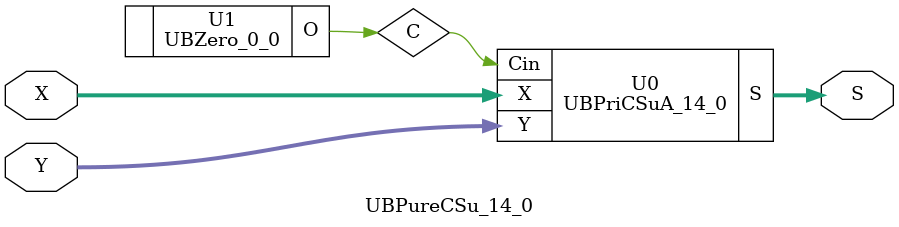
<source format=v>
/*----------------------------------------------------------------------------
  Copyright (c) 2021 Homma laboratory. All rights reserved.

  Top module: UBCSu_14_0_14_0

  Operand-1 length: 15
  Operand-2 length: 15
  Two-operand addition algorithm: Conditional sum adder
----------------------------------------------------------------------------*/

module UBFA_0(C, S, X, Y, Z);
  output C;
  output S;
  input X;
  input Y;
  input Z;
  assign C = ( X & Y ) | ( Y & Z ) | ( Z & X );
  assign S = X ^ Y ^ Z;
endmodule

module UBHCSuB_0_0(C, S, X, Y, Ci);
  output C;
  output S;
  input Ci;
  input X;
  input Y;
  UBFA_0 U0 (C, S, X, Y, Ci);
endmodule

module UBZero_1_1(O);
  output [1:1] O;
  assign O[1] = 0;
endmodule

module UBOne_1(O);
  output O;
  assign O = 1;
endmodule

module UBFA_1(C, S, X, Y, Z);
  output C;
  output S;
  input X;
  input Y;
  input Z;
  assign C = ( X & Y ) | ( Y & Z ) | ( Z & X );
  assign S = X ^ Y ^ Z;
endmodule

module UBCSuB_1_1(C_0, C_1, S_0, S_1, X, Y);
  output C_0;
  output C_1;
  output S_0;
  output S_1;
  input X;
  input Y;
  wire Ci_0;
  wire Ci_1;
  wire Co_0;
  wire Co_1;
  assign C_0 = ( Co_0 & ( ~ Ci_0 ) ) | ( Co_1 & Ci_0 );
  assign C_1 = ( Co_0 & ( ~ Ci_1 ) ) | ( Co_1 & Ci_1 );
  UBZero_1_1 U0 (Ci_0);
  UBOne_1 U1 (Ci_1);
  UBFA_1 U2 (Co_0, S_0, X, Y, Ci_0);
  UBFA_1 U3 (Co_1, S_1, X, Y, Ci_1);
endmodule

module UBHCSuB_1_0(C, S, X, Y, Ci);
  output C;
  output [1:0] S;
  input Ci;
  input [1:0] X;
  input [1:0] Y;
  wire C_0;
  wire C_1;
  wire Co;
  wire S_0;
  wire S_1;
  assign S[1] = ( S_0 & ( ~ Co ) ) | ( S_1 & Co );
  assign C = ( C_0 & ( ~ Co ) ) | ( C_1 & Co );
  UBHCSuB_0_0 U0 (Co, S[0], X[0], Y[0], Ci);
  UBCSuB_1_1 U1 (C_0, C_1, S_0, S_1, X[1], Y[1]);
endmodule

module UBZero_2_2(O);
  output [2:2] O;
  assign O[2] = 0;
endmodule

module UBOne_2(O);
  output O;
  assign O = 1;
endmodule

module UBFA_2(C, S, X, Y, Z);
  output C;
  output S;
  input X;
  input Y;
  input Z;
  assign C = ( X & Y ) | ( Y & Z ) | ( Z & X );
  assign S = X ^ Y ^ Z;
endmodule

module UBCSuB_2_2(C_0, C_1, S_0, S_1, X, Y);
  output C_0;
  output C_1;
  output S_0;
  output S_1;
  input X;
  input Y;
  wire Ci_0;
  wire Ci_1;
  wire Co_0;
  wire Co_1;
  assign C_0 = ( Co_0 & ( ~ Ci_0 ) ) | ( Co_1 & Ci_0 );
  assign C_1 = ( Co_0 & ( ~ Ci_1 ) ) | ( Co_1 & Ci_1 );
  UBZero_2_2 U0 (Ci_0);
  UBOne_2 U1 (Ci_1);
  UBFA_2 U2 (Co_0, S_0, X, Y, Ci_0);
  UBFA_2 U3 (Co_1, S_1, X, Y, Ci_1);
endmodule

module UBZero_3_3(O);
  output [3:3] O;
  assign O[3] = 0;
endmodule

module UBOne_3(O);
  output O;
  assign O = 1;
endmodule

module UBFA_3(C, S, X, Y, Z);
  output C;
  output S;
  input X;
  input Y;
  input Z;
  assign C = ( X & Y ) | ( Y & Z ) | ( Z & X );
  assign S = X ^ Y ^ Z;
endmodule

module UBCSuB_3_3(C_0, C_1, S_0, S_1, X, Y);
  output C_0;
  output C_1;
  output S_0;
  output S_1;
  input X;
  input Y;
  wire Ci_0;
  wire Ci_1;
  wire Co_0;
  wire Co_1;
  assign C_0 = ( Co_0 & ( ~ Ci_0 ) ) | ( Co_1 & Ci_0 );
  assign C_1 = ( Co_0 & ( ~ Ci_1 ) ) | ( Co_1 & Ci_1 );
  UBZero_3_3 U0 (Ci_0);
  UBOne_3 U1 (Ci_1);
  UBFA_3 U2 (Co_0, S_0, X, Y, Ci_0);
  UBFA_3 U3 (Co_1, S_1, X, Y, Ci_1);
endmodule

module UBCSuB_3_2(C_0, C_1, S_0, S_1, X, Y);
  output C_0;
  output C_1;
  output [3:2] S_0;
  output [3:2] S_1;
  input [3:2] X;
  input [3:2] Y;
  wire Ci_0;
  wire Ci_1;
  wire Co_0;
  wire Co_1;
  wire So_0;
  wire So_1;
  assign S_0[3] = ( So_0 & ( ~ Ci_0 ) ) | ( So_1 & Ci_0 );
  assign C_0 = ( Co_0 & ( ~ Ci_0 ) ) | ( Co_1 & Ci_0 );
  assign S_1[3] = ( So_0 & ( ~ Ci_1 ) ) | ( So_1 & Ci_1 );
  assign C_1 = ( Co_0 & ( ~ Ci_1 ) ) | ( Co_1 & Ci_1 );
  UBCSuB_2_2 U0 (Ci_0, Ci_1, S_0[2], S_1[2], X[2], Y[2]);
  UBCSuB_3_3 U1 (Co_0, Co_1, So_0, So_1, X[3], Y[3]);
endmodule

module UBHCSuB_3_0(C, S, X, Y, Ci);
  output C;
  output [3:0] S;
  input Ci;
  input [3:0] X;
  input [3:0] Y;
  wire C_0;
  wire C_1;
  wire Co;
  wire [3:2] S_0;
  wire [3:2] S_1;
  assign S[2] = ( S_0[2] & ( ~ Co ) ) | ( S_1[2] & Co );
  assign S[3] = ( S_0[3] & ( ~ Co ) ) | ( S_1[3] & Co );
  assign C = ( C_0 & ( ~ Co ) ) | ( C_1 & Co );
  UBHCSuB_1_0 U0 (Co, S[1:0], X[1:0], Y[1:0], Ci);
  UBCSuB_3_2 U1 (C_0, C_1, S_0, S_1, X[3:2], Y[3:2]);
endmodule

module UBZero_4_4(O);
  output [4:4] O;
  assign O[4] = 0;
endmodule

module UBOne_4(O);
  output O;
  assign O = 1;
endmodule

module UBFA_4(C, S, X, Y, Z);
  output C;
  output S;
  input X;
  input Y;
  input Z;
  assign C = ( X & Y ) | ( Y & Z ) | ( Z & X );
  assign S = X ^ Y ^ Z;
endmodule

module UBCSuB_4_4(C_0, C_1, S_0, S_1, X, Y);
  output C_0;
  output C_1;
  output S_0;
  output S_1;
  input X;
  input Y;
  wire Ci_0;
  wire Ci_1;
  wire Co_0;
  wire Co_1;
  assign C_0 = ( Co_0 & ( ~ Ci_0 ) ) | ( Co_1 & Ci_0 );
  assign C_1 = ( Co_0 & ( ~ Ci_1 ) ) | ( Co_1 & Ci_1 );
  UBZero_4_4 U0 (Ci_0);
  UBOne_4 U1 (Ci_1);
  UBFA_4 U2 (Co_0, S_0, X, Y, Ci_0);
  UBFA_4 U3 (Co_1, S_1, X, Y, Ci_1);
endmodule

module UBZero_5_5(O);
  output [5:5] O;
  assign O[5] = 0;
endmodule

module UBOne_5(O);
  output O;
  assign O = 1;
endmodule

module UBFA_5(C, S, X, Y, Z);
  output C;
  output S;
  input X;
  input Y;
  input Z;
  assign C = ( X & Y ) | ( Y & Z ) | ( Z & X );
  assign S = X ^ Y ^ Z;
endmodule

module UBCSuB_5_5(C_0, C_1, S_0, S_1, X, Y);
  output C_0;
  output C_1;
  output S_0;
  output S_1;
  input X;
  input Y;
  wire Ci_0;
  wire Ci_1;
  wire Co_0;
  wire Co_1;
  assign C_0 = ( Co_0 & ( ~ Ci_0 ) ) | ( Co_1 & Ci_0 );
  assign C_1 = ( Co_0 & ( ~ Ci_1 ) ) | ( Co_1 & Ci_1 );
  UBZero_5_5 U0 (Ci_0);
  UBOne_5 U1 (Ci_1);
  UBFA_5 U2 (Co_0, S_0, X, Y, Ci_0);
  UBFA_5 U3 (Co_1, S_1, X, Y, Ci_1);
endmodule

module UBCSuB_5_4(C_0, C_1, S_0, S_1, X, Y);
  output C_0;
  output C_1;
  output [5:4] S_0;
  output [5:4] S_1;
  input [5:4] X;
  input [5:4] Y;
  wire Ci_0;
  wire Ci_1;
  wire Co_0;
  wire Co_1;
  wire So_0;
  wire So_1;
  assign S_0[5] = ( So_0 & ( ~ Ci_0 ) ) | ( So_1 & Ci_0 );
  assign C_0 = ( Co_0 & ( ~ Ci_0 ) ) | ( Co_1 & Ci_0 );
  assign S_1[5] = ( So_0 & ( ~ Ci_1 ) ) | ( So_1 & Ci_1 );
  assign C_1 = ( Co_0 & ( ~ Ci_1 ) ) | ( Co_1 & Ci_1 );
  UBCSuB_4_4 U0 (Ci_0, Ci_1, S_0[4], S_1[4], X[4], Y[4]);
  UBCSuB_5_5 U1 (Co_0, Co_1, So_0, So_1, X[5], Y[5]);
endmodule

module UBZero_6_6(O);
  output [6:6] O;
  assign O[6] = 0;
endmodule

module UBOne_6(O);
  output O;
  assign O = 1;
endmodule

module UBFA_6(C, S, X, Y, Z);
  output C;
  output S;
  input X;
  input Y;
  input Z;
  assign C = ( X & Y ) | ( Y & Z ) | ( Z & X );
  assign S = X ^ Y ^ Z;
endmodule

module UBCSuB_6_6(C_0, C_1, S_0, S_1, X, Y);
  output C_0;
  output C_1;
  output S_0;
  output S_1;
  input X;
  input Y;
  wire Ci_0;
  wire Ci_1;
  wire Co_0;
  wire Co_1;
  assign C_0 = ( Co_0 & ( ~ Ci_0 ) ) | ( Co_1 & Ci_0 );
  assign C_1 = ( Co_0 & ( ~ Ci_1 ) ) | ( Co_1 & Ci_1 );
  UBZero_6_6 U0 (Ci_0);
  UBOne_6 U1 (Ci_1);
  UBFA_6 U2 (Co_0, S_0, X, Y, Ci_0);
  UBFA_6 U3 (Co_1, S_1, X, Y, Ci_1);
endmodule

module UBZero_7_7(O);
  output [7:7] O;
  assign O[7] = 0;
endmodule

module UBOne_7(O);
  output O;
  assign O = 1;
endmodule

module UBFA_7(C, S, X, Y, Z);
  output C;
  output S;
  input X;
  input Y;
  input Z;
  assign C = ( X & Y ) | ( Y & Z ) | ( Z & X );
  assign S = X ^ Y ^ Z;
endmodule

module UBCSuB_7_7(C_0, C_1, S_0, S_1, X, Y);
  output C_0;
  output C_1;
  output S_0;
  output S_1;
  input X;
  input Y;
  wire Ci_0;
  wire Ci_1;
  wire Co_0;
  wire Co_1;
  assign C_0 = ( Co_0 & ( ~ Ci_0 ) ) | ( Co_1 & Ci_0 );
  assign C_1 = ( Co_0 & ( ~ Ci_1 ) ) | ( Co_1 & Ci_1 );
  UBZero_7_7 U0 (Ci_0);
  UBOne_7 U1 (Ci_1);
  UBFA_7 U2 (Co_0, S_0, X, Y, Ci_0);
  UBFA_7 U3 (Co_1, S_1, X, Y, Ci_1);
endmodule

module UBCSuB_7_6(C_0, C_1, S_0, S_1, X, Y);
  output C_0;
  output C_1;
  output [7:6] S_0;
  output [7:6] S_1;
  input [7:6] X;
  input [7:6] Y;
  wire Ci_0;
  wire Ci_1;
  wire Co_0;
  wire Co_1;
  wire So_0;
  wire So_1;
  assign S_0[7] = ( So_0 & ( ~ Ci_0 ) ) | ( So_1 & Ci_0 );
  assign C_0 = ( Co_0 & ( ~ Ci_0 ) ) | ( Co_1 & Ci_0 );
  assign S_1[7] = ( So_0 & ( ~ Ci_1 ) ) | ( So_1 & Ci_1 );
  assign C_1 = ( Co_0 & ( ~ Ci_1 ) ) | ( Co_1 & Ci_1 );
  UBCSuB_6_6 U0 (Ci_0, Ci_1, S_0[6], S_1[6], X[6], Y[6]);
  UBCSuB_7_7 U1 (Co_0, Co_1, So_0, So_1, X[7], Y[7]);
endmodule

module UBCSuB_7_4(C_0, C_1, S_0, S_1, X, Y);
  output C_0;
  output C_1;
  output [7:4] S_0;
  output [7:4] S_1;
  input [7:4] X;
  input [7:4] Y;
  wire Ci_0;
  wire Ci_1;
  wire Co_0;
  wire Co_1;
  wire [7:6] So_0;
  wire [7:6] So_1;
  assign S_0[6] = ( So_0[6] & ( ~ Ci_0 ) ) | ( So_1[6] & Ci_0 );
  assign S_0[7] = ( So_0[7] & ( ~ Ci_0 ) ) | ( So_1[7] & Ci_0 );
  assign C_0 = ( Co_0 & ( ~ Ci_0 ) ) | ( Co_1 & Ci_0 );
  assign S_1[6] = ( So_0[6] & ( ~ Ci_1 ) ) | ( So_1[6] & Ci_1 );
  assign S_1[7] = ( So_0[7] & ( ~ Ci_1 ) ) | ( So_1[7] & Ci_1 );
  assign C_1 = ( Co_0 & ( ~ Ci_1 ) ) | ( Co_1 & Ci_1 );
  UBCSuB_5_4 U0 (Ci_0, Ci_1, S_0[5:4], S_1[5:4], X[5:4], Y[5:4]);
  UBCSuB_7_6 U1 (Co_0, Co_1, So_0, So_1, X[7:6], Y[7:6]);
endmodule

module UBHCSuB_7_0(C, S, X, Y, Ci);
  output C;
  output [7:0] S;
  input Ci;
  input [7:0] X;
  input [7:0] Y;
  wire C_0;
  wire C_1;
  wire Co;
  wire [7:4] S_0;
  wire [7:4] S_1;
  assign S[4] = ( S_0[4] & ( ~ Co ) ) | ( S_1[4] & Co );
  assign S[5] = ( S_0[5] & ( ~ Co ) ) | ( S_1[5] & Co );
  assign S[6] = ( S_0[6] & ( ~ Co ) ) | ( S_1[6] & Co );
  assign S[7] = ( S_0[7] & ( ~ Co ) ) | ( S_1[7] & Co );
  assign C = ( C_0 & ( ~ Co ) ) | ( C_1 & Co );
  UBHCSuB_3_0 U0 (Co, S[3:0], X[3:0], Y[3:0], Ci);
  UBCSuB_7_4 U1 (C_0, C_1, S_0, S_1, X[7:4], Y[7:4]);
endmodule

module UBZero_8_8(O);
  output [8:8] O;
  assign O[8] = 0;
endmodule

module UBOne_8(O);
  output O;
  assign O = 1;
endmodule

module UBFA_8(C, S, X, Y, Z);
  output C;
  output S;
  input X;
  input Y;
  input Z;
  assign C = ( X & Y ) | ( Y & Z ) | ( Z & X );
  assign S = X ^ Y ^ Z;
endmodule

module UBCSuB_8_8(C_0, C_1, S_0, S_1, X, Y);
  output C_0;
  output C_1;
  output S_0;
  output S_1;
  input X;
  input Y;
  wire Ci_0;
  wire Ci_1;
  wire Co_0;
  wire Co_1;
  assign C_0 = ( Co_0 & ( ~ Ci_0 ) ) | ( Co_1 & Ci_0 );
  assign C_1 = ( Co_0 & ( ~ Ci_1 ) ) | ( Co_1 & Ci_1 );
  UBZero_8_8 U0 (Ci_0);
  UBOne_8 U1 (Ci_1);
  UBFA_8 U2 (Co_0, S_0, X, Y, Ci_0);
  UBFA_8 U3 (Co_1, S_1, X, Y, Ci_1);
endmodule

module UBZero_9_9(O);
  output [9:9] O;
  assign O[9] = 0;
endmodule

module UBOne_9(O);
  output O;
  assign O = 1;
endmodule

module UBFA_9(C, S, X, Y, Z);
  output C;
  output S;
  input X;
  input Y;
  input Z;
  assign C = ( X & Y ) | ( Y & Z ) | ( Z & X );
  assign S = X ^ Y ^ Z;
endmodule

module UBCSuB_9_9(C_0, C_1, S_0, S_1, X, Y);
  output C_0;
  output C_1;
  output S_0;
  output S_1;
  input X;
  input Y;
  wire Ci_0;
  wire Ci_1;
  wire Co_0;
  wire Co_1;
  assign C_0 = ( Co_0 & ( ~ Ci_0 ) ) | ( Co_1 & Ci_0 );
  assign C_1 = ( Co_0 & ( ~ Ci_1 ) ) | ( Co_1 & Ci_1 );
  UBZero_9_9 U0 (Ci_0);
  UBOne_9 U1 (Ci_1);
  UBFA_9 U2 (Co_0, S_0, X, Y, Ci_0);
  UBFA_9 U3 (Co_1, S_1, X, Y, Ci_1);
endmodule

module UBCSuB_9_8(C_0, C_1, S_0, S_1, X, Y);
  output C_0;
  output C_1;
  output [9:8] S_0;
  output [9:8] S_1;
  input [9:8] X;
  input [9:8] Y;
  wire Ci_0;
  wire Ci_1;
  wire Co_0;
  wire Co_1;
  wire So_0;
  wire So_1;
  assign S_0[9] = ( So_0 & ( ~ Ci_0 ) ) | ( So_1 & Ci_0 );
  assign C_0 = ( Co_0 & ( ~ Ci_0 ) ) | ( Co_1 & Ci_0 );
  assign S_1[9] = ( So_0 & ( ~ Ci_1 ) ) | ( So_1 & Ci_1 );
  assign C_1 = ( Co_0 & ( ~ Ci_1 ) ) | ( Co_1 & Ci_1 );
  UBCSuB_8_8 U0 (Ci_0, Ci_1, S_0[8], S_1[8], X[8], Y[8]);
  UBCSuB_9_9 U1 (Co_0, Co_1, So_0, So_1, X[9], Y[9]);
endmodule

module UBZero_10_10(O);
  output [10:10] O;
  assign O[10] = 0;
endmodule

module UBOne_10(O);
  output O;
  assign O = 1;
endmodule

module UBFA_10(C, S, X, Y, Z);
  output C;
  output S;
  input X;
  input Y;
  input Z;
  assign C = ( X & Y ) | ( Y & Z ) | ( Z & X );
  assign S = X ^ Y ^ Z;
endmodule

module UBCSuB_10_10(C_0, C_1, S_0, S_1, X, Y);
  output C_0;
  output C_1;
  output S_0;
  output S_1;
  input X;
  input Y;
  wire Ci_0;
  wire Ci_1;
  wire Co_0;
  wire Co_1;
  assign C_0 = ( Co_0 & ( ~ Ci_0 ) ) | ( Co_1 & Ci_0 );
  assign C_1 = ( Co_0 & ( ~ Ci_1 ) ) | ( Co_1 & Ci_1 );
  UBZero_10_10 U0 (Ci_0);
  UBOne_10 U1 (Ci_1);
  UBFA_10 U2 (Co_0, S_0, X, Y, Ci_0);
  UBFA_10 U3 (Co_1, S_1, X, Y, Ci_1);
endmodule

module UBZero_11_11(O);
  output [11:11] O;
  assign O[11] = 0;
endmodule

module UBOne_11(O);
  output O;
  assign O = 1;
endmodule

module UBFA_11(C, S, X, Y, Z);
  output C;
  output S;
  input X;
  input Y;
  input Z;
  assign C = ( X & Y ) | ( Y & Z ) | ( Z & X );
  assign S = X ^ Y ^ Z;
endmodule

module UBCSuB_11_11(C_0, C_1, S_0, S_1, X, Y);
  output C_0;
  output C_1;
  output S_0;
  output S_1;
  input X;
  input Y;
  wire Ci_0;
  wire Ci_1;
  wire Co_0;
  wire Co_1;
  assign C_0 = ( Co_0 & ( ~ Ci_0 ) ) | ( Co_1 & Ci_0 );
  assign C_1 = ( Co_0 & ( ~ Ci_1 ) ) | ( Co_1 & Ci_1 );
  UBZero_11_11 U0 (Ci_0);
  UBOne_11 U1 (Ci_1);
  UBFA_11 U2 (Co_0, S_0, X, Y, Ci_0);
  UBFA_11 U3 (Co_1, S_1, X, Y, Ci_1);
endmodule

module UBCSuB_11_10(C_0, C_1, S_0, S_1, X, Y);
  output C_0;
  output C_1;
  output [11:10] S_0;
  output [11:10] S_1;
  input [11:10] X;
  input [11:10] Y;
  wire Ci_0;
  wire Ci_1;
  wire Co_0;
  wire Co_1;
  wire So_0;
  wire So_1;
  assign S_0[11] = ( So_0 & ( ~ Ci_0 ) ) | ( So_1 & Ci_0 );
  assign C_0 = ( Co_0 & ( ~ Ci_0 ) ) | ( Co_1 & Ci_0 );
  assign S_1[11] = ( So_0 & ( ~ Ci_1 ) ) | ( So_1 & Ci_1 );
  assign C_1 = ( Co_0 & ( ~ Ci_1 ) ) | ( Co_1 & Ci_1 );
  UBCSuB_10_10 U0 (Ci_0, Ci_1, S_0[10], S_1[10], X[10], Y[10]);
  UBCSuB_11_11 U1 (Co_0, Co_1, So_0, So_1, X[11], Y[11]);
endmodule

module UBCSuB_11_8(C_0, C_1, S_0, S_1, X, Y);
  output C_0;
  output C_1;
  output [11:8] S_0;
  output [11:8] S_1;
  input [11:8] X;
  input [11:8] Y;
  wire Ci_0;
  wire Ci_1;
  wire Co_0;
  wire Co_1;
  wire [11:10] So_0;
  wire [11:10] So_1;
  assign S_0[10] = ( So_0[10] & ( ~ Ci_0 ) ) | ( So_1[10] & Ci_0 );
  assign S_0[11] = ( So_0[11] & ( ~ Ci_0 ) ) | ( So_1[11] & Ci_0 );
  assign C_0 = ( Co_0 & ( ~ Ci_0 ) ) | ( Co_1 & Ci_0 );
  assign S_1[10] = ( So_0[10] & ( ~ Ci_1 ) ) | ( So_1[10] & Ci_1 );
  assign S_1[11] = ( So_0[11] & ( ~ Ci_1 ) ) | ( So_1[11] & Ci_1 );
  assign C_1 = ( Co_0 & ( ~ Ci_1 ) ) | ( Co_1 & Ci_1 );
  UBCSuB_9_8 U0 (Ci_0, Ci_1, S_0[9:8], S_1[9:8], X[9:8], Y[9:8]);
  UBCSuB_11_10 U1 (Co_0, Co_1, So_0, So_1, X[11:10], Y[11:10]);
endmodule

module UBZero_12_12(O);
  output [12:12] O;
  assign O[12] = 0;
endmodule

module UBOne_12(O);
  output O;
  assign O = 1;
endmodule

module UBFA_12(C, S, X, Y, Z);
  output C;
  output S;
  input X;
  input Y;
  input Z;
  assign C = ( X & Y ) | ( Y & Z ) | ( Z & X );
  assign S = X ^ Y ^ Z;
endmodule

module UBCSuB_12_12(C_0, C_1, S_0, S_1, X, Y);
  output C_0;
  output C_1;
  output S_0;
  output S_1;
  input X;
  input Y;
  wire Ci_0;
  wire Ci_1;
  wire Co_0;
  wire Co_1;
  assign C_0 = ( Co_0 & ( ~ Ci_0 ) ) | ( Co_1 & Ci_0 );
  assign C_1 = ( Co_0 & ( ~ Ci_1 ) ) | ( Co_1 & Ci_1 );
  UBZero_12_12 U0 (Ci_0);
  UBOne_12 U1 (Ci_1);
  UBFA_12 U2 (Co_0, S_0, X, Y, Ci_0);
  UBFA_12 U3 (Co_1, S_1, X, Y, Ci_1);
endmodule

module UBZero_13_13(O);
  output [13:13] O;
  assign O[13] = 0;
endmodule

module UBOne_13(O);
  output O;
  assign O = 1;
endmodule

module UBFA_13(C, S, X, Y, Z);
  output C;
  output S;
  input X;
  input Y;
  input Z;
  assign C = ( X & Y ) | ( Y & Z ) | ( Z & X );
  assign S = X ^ Y ^ Z;
endmodule

module UBCSuB_13_13(C_0, C_1, S_0, S_1, X, Y);
  output C_0;
  output C_1;
  output S_0;
  output S_1;
  input X;
  input Y;
  wire Ci_0;
  wire Ci_1;
  wire Co_0;
  wire Co_1;
  assign C_0 = ( Co_0 & ( ~ Ci_0 ) ) | ( Co_1 & Ci_0 );
  assign C_1 = ( Co_0 & ( ~ Ci_1 ) ) | ( Co_1 & Ci_1 );
  UBZero_13_13 U0 (Ci_0);
  UBOne_13 U1 (Ci_1);
  UBFA_13 U2 (Co_0, S_0, X, Y, Ci_0);
  UBFA_13 U3 (Co_1, S_1, X, Y, Ci_1);
endmodule

module UBCSuB_13_12(C_0, C_1, S_0, S_1, X, Y);
  output C_0;
  output C_1;
  output [13:12] S_0;
  output [13:12] S_1;
  input [13:12] X;
  input [13:12] Y;
  wire Ci_0;
  wire Ci_1;
  wire Co_0;
  wire Co_1;
  wire So_0;
  wire So_1;
  assign S_0[13] = ( So_0 & ( ~ Ci_0 ) ) | ( So_1 & Ci_0 );
  assign C_0 = ( Co_0 & ( ~ Ci_0 ) ) | ( Co_1 & Ci_0 );
  assign S_1[13] = ( So_0 & ( ~ Ci_1 ) ) | ( So_1 & Ci_1 );
  assign C_1 = ( Co_0 & ( ~ Ci_1 ) ) | ( Co_1 & Ci_1 );
  UBCSuB_12_12 U0 (Ci_0, Ci_1, S_0[12], S_1[12], X[12], Y[12]);
  UBCSuB_13_13 U1 (Co_0, Co_1, So_0, So_1, X[13], Y[13]);
endmodule

module UBZero_14_14(O);
  output [14:14] O;
  assign O[14] = 0;
endmodule

module UBOne_14(O);
  output O;
  assign O = 1;
endmodule

module UBFA_14(C, S, X, Y, Z);
  output C;
  output S;
  input X;
  input Y;
  input Z;
  assign C = ( X & Y ) | ( Y & Z ) | ( Z & X );
  assign S = X ^ Y ^ Z;
endmodule

module UBCSuB_14_14(C_0, C_1, S_0, S_1, X, Y);
  output C_0;
  output C_1;
  output S_0;
  output S_1;
  input X;
  input Y;
  wire Ci_0;
  wire Ci_1;
  wire Co_0;
  wire Co_1;
  assign C_0 = ( Co_0 & ( ~ Ci_0 ) ) | ( Co_1 & Ci_0 );
  assign C_1 = ( Co_0 & ( ~ Ci_1 ) ) | ( Co_1 & Ci_1 );
  UBZero_14_14 U0 (Ci_0);
  UBOne_14 U1 (Ci_1);
  UBFA_14 U2 (Co_0, S_0, X, Y, Ci_0);
  UBFA_14 U3 (Co_1, S_1, X, Y, Ci_1);
endmodule

module UBCSuB_14_12(C_0, C_1, S_0, S_1, X, Y);
  output C_0;
  output C_1;
  output [14:12] S_0;
  output [14:12] S_1;
  input [14:12] X;
  input [14:12] Y;
  wire Ci_0;
  wire Ci_1;
  wire Co_0;
  wire Co_1;
  wire [14:14] So_0;
  wire [14:14] So_1;
  assign S_0[14] = ( So_0 & ( ~ Ci_0 ) ) | ( So_1 & Ci_0 );
  assign C_0 = ( Co_0 & ( ~ Ci_0 ) ) | ( Co_1 & Ci_0 );
  assign S_1[14] = ( So_0 & ( ~ Ci_1 ) ) | ( So_1 & Ci_1 );
  assign C_1 = ( Co_0 & ( ~ Ci_1 ) ) | ( Co_1 & Ci_1 );
  UBCSuB_13_12 U0 (Ci_0, Ci_1, S_0[13:12], S_1[13:12], X[13:12], Y[13:12]);
  UBCSuB_14_14 U1 (Co_0, Co_1, So_0, So_1, X[14], Y[14]);
endmodule

module UBCSuB_14_8(C_0, C_1, S_0, S_1, X, Y);
  output C_0;
  output C_1;
  output [14:8] S_0;
  output [14:8] S_1;
  input [14:8] X;
  input [14:8] Y;
  wire Ci_0;
  wire Ci_1;
  wire Co_0;
  wire Co_1;
  wire [14:12] So_0;
  wire [14:12] So_1;
  assign S_0[12] = ( So_0[12] & ( ~ Ci_0 ) ) | ( So_1[12] & Ci_0 );
  assign S_0[13] = ( So_0[13] & ( ~ Ci_0 ) ) | ( So_1[13] & Ci_0 );
  assign S_0[14] = ( So_0[14] & ( ~ Ci_0 ) ) | ( So_1[14] & Ci_0 );
  assign C_0 = ( Co_0 & ( ~ Ci_0 ) ) | ( Co_1 & Ci_0 );
  assign S_1[12] = ( So_0[12] & ( ~ Ci_1 ) ) | ( So_1[12] & Ci_1 );
  assign S_1[13] = ( So_0[13] & ( ~ Ci_1 ) ) | ( So_1[13] & Ci_1 );
  assign S_1[14] = ( So_0[14] & ( ~ Ci_1 ) ) | ( So_1[14] & Ci_1 );
  assign C_1 = ( Co_0 & ( ~ Ci_1 ) ) | ( Co_1 & Ci_1 );
  UBCSuB_11_8 U0 (Ci_0, Ci_1, S_0[11:8], S_1[11:8], X[11:8], Y[11:8]);
  UBCSuB_14_12 U1 (Co_0, Co_1, So_0, So_1, X[14:12], Y[14:12]);
endmodule

module UBPriCSuA_14_0(S, X, Y, Cin);
  output [15:0] S;
  input Cin;
  input [14:0] X;
  input [14:0] Y;
  wire C_0;
  wire C_1;
  wire Co;
  wire [14:8] S_0;
  wire [14:8] S_1;
  assign S[8] = ( S_0[8] & ( ~ Co ) ) | ( S_1[8] & Co );
  assign S[9] = ( S_0[9] & ( ~ Co ) ) | ( S_1[9] & Co );
  assign S[10] = ( S_0[10] & ( ~ Co ) ) | ( S_1[10] & Co );
  assign S[11] = ( S_0[11] & ( ~ Co ) ) | ( S_1[11] & Co );
  assign S[12] = ( S_0[12] & ( ~ Co ) ) | ( S_1[12] & Co );
  assign S[13] = ( S_0[13] & ( ~ Co ) ) | ( S_1[13] & Co );
  assign S[14] = ( S_0[14] & ( ~ Co ) ) | ( S_1[14] & Co );
  assign S[15] = ( C_0 & ( ~ Co ) ) | ( C_1 & Co );
  UBHCSuB_7_0 U0 (Co, S[7:0], X[7:0], Y[7:0], Cin);
  UBCSuB_14_8 U1 (C_0, C_1, S_0, S_1, X[14:8], Y[14:8]);
endmodule

module UBZero_0_0(O);
  output [0:0] O;
  assign O[0] = 0;
endmodule

module UBCSu_14_0_14_0 (S, X, Y);
  output [15:0] S;
  input [14:0] X;
  input [14:0] Y;
  UBPureCSu_14_0 U0 (S[15:0], X[14:0], Y[14:0]);
endmodule

module UBPureCSu_14_0 (S, X, Y);
  output [15:0] S;
  input [14:0] X;
  input [14:0] Y;
  wire C;
  UBPriCSuA_14_0 U0 (S, X, Y, C);
  UBZero_0_0 U1 (C);
endmodule


</source>
